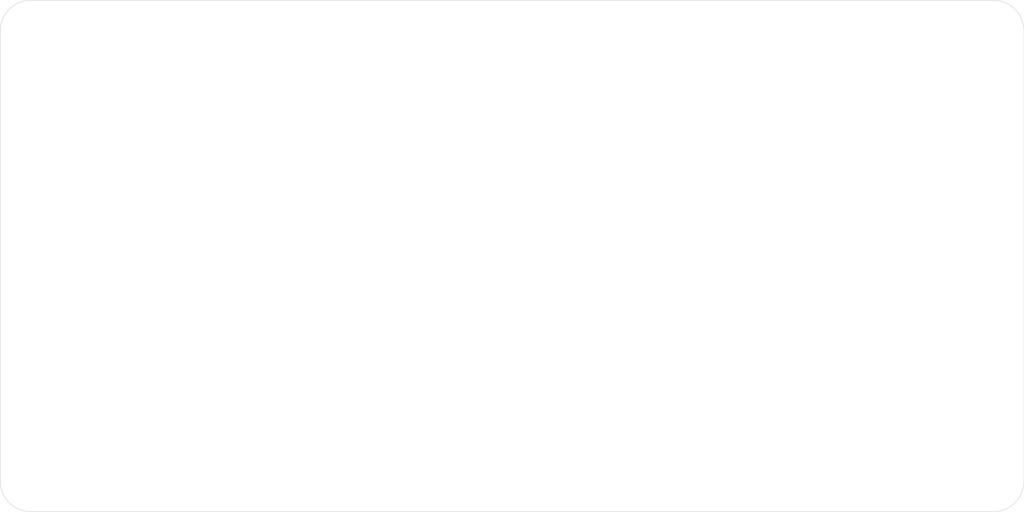
<source format=kicad_pcb>
(kicad_pcb (version 20171130) (host pcbnew 5.1.10)

  (general
    (thickness 1.6)
    (drawings 12)
    (tracks 0)
    (zones 0)
    (modules 4)
    (nets 1)
  )

  (page A4)
  (layers
    (0 F.Cu signal)
    (31 B.Cu signal)
    (32 B.Adhes user hide)
    (33 F.Adhes user hide)
    (34 B.Paste user)
    (35 F.Paste user)
    (36 B.SilkS user)
    (37 F.SilkS user)
    (38 B.Mask user)
    (39 F.Mask user)
    (40 Dwgs.User user)
    (41 Cmts.User user)
    (42 Eco1.User user)
    (43 Eco2.User user)
    (44 Edge.Cuts user)
    (45 Margin user)
    (46 B.CrtYd user hide)
    (47 F.CrtYd user hide)
    (48 B.Fab user)
    (49 F.Fab user hide)
  )

  (setup
    (last_trace_width 0.25)
    (trace_clearance 0.2)
    (zone_clearance 0.508)
    (zone_45_only no)
    (trace_min 0.2)
    (via_size 0.8)
    (via_drill 0.4)
    (via_min_size 0.4)
    (via_min_drill 0.3)
    (uvia_size 0.3)
    (uvia_drill 0.1)
    (uvias_allowed no)
    (uvia_min_size 0.2)
    (uvia_min_drill 0.1)
    (edge_width 0.05)
    (segment_width 0.2)
    (pcb_text_width 0.3)
    (pcb_text_size 1.5 1.5)
    (mod_edge_width 0.12)
    (mod_text_size 1 1)
    (mod_text_width 0.15)
    (pad_size 1.524 1.524)
    (pad_drill 0.762)
    (pad_to_mask_clearance 0)
    (aux_axis_origin 0 0)
    (grid_origin 105.901736 50.599424)
    (visible_elements FFFFFF7F)
    (pcbplotparams
      (layerselection 0x01000_7ffffffe)
      (usegerberextensions false)
      (usegerberattributes true)
      (usegerberadvancedattributes true)
      (creategerberjobfile false)
      (excludeedgelayer true)
      (linewidth 0.100000)
      (plotframeref false)
      (viasonmask false)
      (mode 1)
      (useauxorigin false)
      (hpglpennumber 1)
      (hpglpenspeed 20)
      (hpglpendiameter 15.000000)
      (psnegative false)
      (psa4output false)
      (plotreference false)
      (plotvalue false)
      (plotinvisibletext false)
      (padsonsilk false)
      (subtractmaskfromsilk false)
      (outputformat 5)
      (mirror false)
      (drillshape 0)
      (scaleselection 1)
      (outputdirectory "gerber/"))
  )

  (net 0 "")

  (net_class Default "This is the default net class."
    (clearance 0.2)
    (trace_width 0.25)
    (via_dia 0.8)
    (via_drill 0.4)
    (uvia_dia 0.3)
    (uvia_drill 0.1)
  )

  (module MountingHole:MountingHole_2.2mm_M2 (layer F.Cu) (tedit 56D1B4CB) (tstamp 61300C94)
    (at 147.401736 65.599424)
    (descr "Mounting Hole 2.2mm, no annular, M2")
    (tags "mounting hole 2.2mm no annular m2")
    (attr virtual)
    (fp_text reference REF** (at 0 -3.2) (layer F.SilkS) hide
      (effects (font (size 1 1) (thickness 0.15)))
    )
    (fp_text value MountingHole_2.2mm_M2 (at 0 3.2) (layer F.Fab)
      (effects (font (size 1 1) (thickness 0.15)))
    )
    (fp_circle (center 0 0) (end 2.45 0) (layer F.CrtYd) (width 0.05))
    (fp_circle (center 0 0) (end 2.2 0) (layer Cmts.User) (width 0.15))
    (fp_text user %R (at 0.3 0) (layer F.Fab)
      (effects (font (size 1 1) (thickness 0.15)))
    )
    (pad 1 np_thru_hole circle (at 0 0) (size 2.2 2.2) (drill 2.2) (layers *.Cu *.Mask))
  )

  (module MountingHole:MountingHole_2.2mm_M2 (layer F.Cu) (tedit 56D1B4CB) (tstamp 61300C8D)
    (at 147.401736 21.599424)
    (descr "Mounting Hole 2.2mm, no annular, M2")
    (tags "mounting hole 2.2mm no annular m2")
    (attr virtual)
    (fp_text reference REF** (at 0 -3.2) (layer F.SilkS) hide
      (effects (font (size 1 1) (thickness 0.15)))
    )
    (fp_text value MountingHole_2.2mm_M2 (at -78.199994 40.5 270) (layer F.Fab)
      (effects (font (size 1 1) (thickness 0.15)))
    )
    (fp_circle (center 0 0) (end 2.45 0) (layer F.CrtYd) (width 0.05))
    (fp_circle (center 0 0) (end 2.2 0) (layer Cmts.User) (width 0.15))
    (fp_text user %R (at 0.3 0) (layer F.Fab)
      (effects (font (size 1 1) (thickness 0.15)))
    )
    (pad 1 np_thru_hole circle (at 0 0) (size 2.2 2.2) (drill 2.2) (layers *.Cu *.Mask))
  )

  (module MountingHole:MountingHole_2.2mm_M2 (layer F.Cu) (tedit 56D1B4CB) (tstamp 61300C86)
    (at 98.401735 65.599424)
    (descr "Mounting Hole 2.2mm, no annular, M2")
    (tags "mounting hole 2.2mm no annular m2")
    (attr virtual)
    (fp_text reference REF** (at 0 -3.2) (layer F.SilkS) hide
      (effects (font (size 1 1) (thickness 0.15)))
    )
    (fp_text value MountingHole_2.2mm_M2 (at 0 3.2) (layer F.Fab)
      (effects (font (size 1 1) (thickness 0.15)))
    )
    (fp_circle (center 0 0) (end 2.45 0) (layer F.CrtYd) (width 0.05))
    (fp_circle (center 0 0) (end 2.2 0) (layer Cmts.User) (width 0.15))
    (fp_text user %R (at 0.3 0) (layer F.Fab)
      (effects (font (size 1 1) (thickness 0.15)))
    )
    (pad 1 np_thru_hole circle (at 0 0) (size 2.2 2.2) (drill 2.2) (layers *.Cu *.Mask))
  )

  (module MountingHole:MountingHole_2.2mm_M2 (layer F.Cu) (tedit 56D1B4CB) (tstamp 0)
    (at 98.401737 21.599424)
    (descr "Mounting Hole 2.2mm, no annular, M2")
    (tags "mounting hole 2.2mm no annular m2")
    (fp_text reference REF** (at 0 -3.2) (layer F.SilkS) hide
      (effects (font (size 1 1) (thickness 0.15)))
    )
    (fp_text value MountingHole_2.2mm_M2 (at 0 3.2) (layer F.Fab)
      (effects (font (size 1 1) (thickness 0.15)))
    )
    (fp_circle (center 0 0) (end 2.45 0) (layer F.CrtYd) (width 0.05))
    (fp_circle (center 0 0) (end 2.2 0) (layer Cmts.User) (width 0.15))
    (pad 1 np_thru_hole circle (at 0 0) (size 2.2 2.2) (drill 2.2) (layers *.Cu *.Mask))
  )

  (gr_circle (center 98.401736 21.599424) (end 99.501736 21.599424) (layer Eco1.User) (width 0.15) (tstamp 61300E06))
  (gr_circle (center 147.401736 21.599424) (end 148.501736 21.599424) (layer Eco1.User) (width 0.15) (tstamp 61300E06))
  (gr_circle (center 147.401736 65.599424) (end 148.501736 65.599424) (layer Eco1.User) (width 0.15) (tstamp 61300E06))
  (gr_circle (center 98.401736 65.599424) (end 99.501736 65.599424) (layer Eco1.User) (width 0.15))
  (gr_line (start 72.901739 65.599426) (end 72.901736 21.599422) (layer Edge.Cuts) (width 0.05))
  (gr_arc (start 75.901739 65.599424) (end 72.901739 65.599426) (angle -90) (layer Edge.Cuts) (width 0.05))
  (gr_arc (start 169.901739 65.599426) (end 169.901737 68.599424) (angle -90) (layer Edge.Cuts) (width 0.05))
  (gr_arc (start 75.901736 21.599424) (end 75.901738 18.599424) (angle -90) (layer Edge.Cuts) (width 0.05))
  (gr_line (start 172.901739 21.599423) (end 172.901737 65.599428) (layer Edge.Cuts) (width 0.05))
  (gr_arc (start 169.901737 21.599424) (end 172.901739 21.599423) (angle -90) (layer Edge.Cuts) (width 0.05))
  (gr_line (start 75.901738 18.599424) (end 169.901736 18.599422) (layer Edge.Cuts) (width 0.05))
  (gr_line (start 169.901737 68.599424) (end 75.901741 68.599424) (layer Edge.Cuts) (width 0.05))

)

</source>
